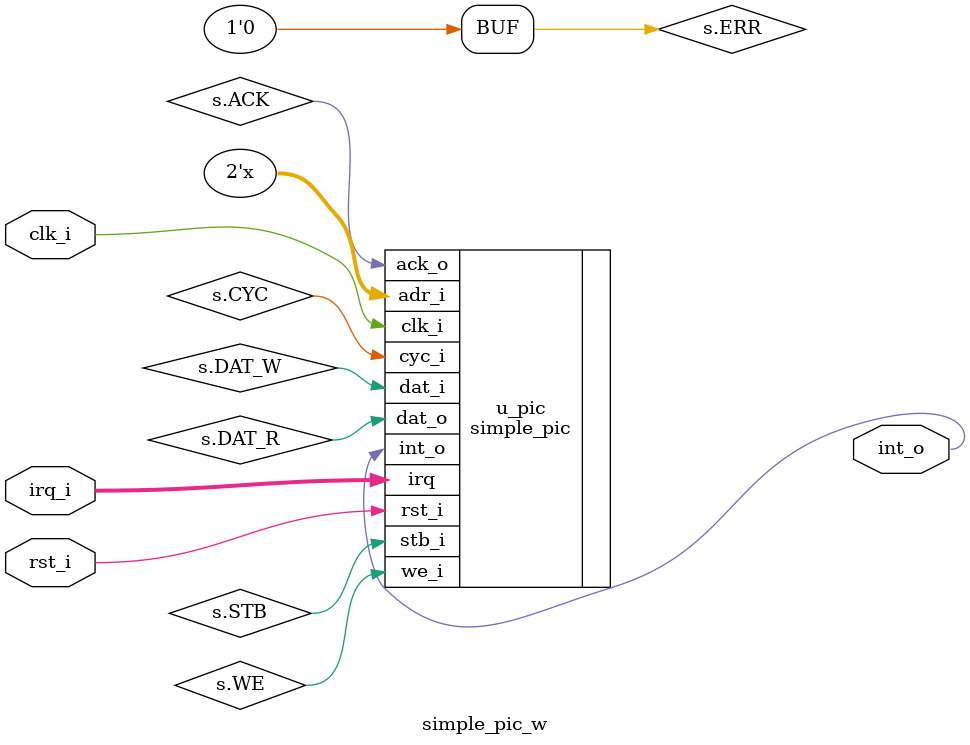
<source format=sv>
/****************************************************************************
 * simple_pic_w.sv
 ****************************************************************************/

/**
 * Module: simple_pic_w
 * 
 * TODO: Add module documentation
 */
module simple_pic_w #(parameter int NUM_IRQ=32) (
		input 				clk_i,
		input				rst_i,
		wb_if.slave			s,
		input [NUM_IRQ:1]	irq_i,
		output				int_o
		);
	
	assign s.ERR = 0;

	simple_pic #(
		.NUM_IRQ  (NUM_IRQ )
		) u_pic (
		.clk_i    (clk_i      ),
		.rst_i    (rst_i      ),
		.cyc_i    (s.CYC      ),
		.stb_i    (s.STB      ),
		.adr_i    (s.ADR[3:2] ),
		.we_i     (s.WE       ),
		.dat_i    (s.DAT_W    ),
		.dat_o    (s.DAT_R    ),
		.ack_o    (s.ACK      ),
		.int_o    (int_o      ),
		.irq      (irq_i      ));
	

endmodule



</source>
